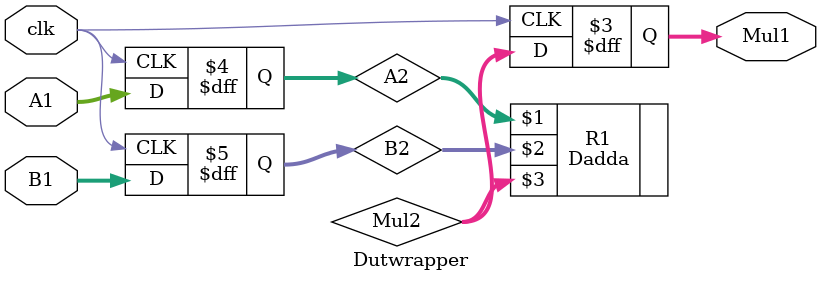
<source format=v>
module Dutwrapper (clk,A1,B1,Mul1);

parameter N = 16;
input clk;
input [N-1:0] A1, B1;

output reg [N:0] Mul1;


reg [N-1:0] A2, B2;

wire [N:0] Mul2;

Dadda R1(A2,B2,Mul2);

always @(posedge clk)
begin
A2<=A1;
B2<=B1;
end

always @(posedge clk)
begin
Mul1<=Mul2;
end


endmodule

</source>
